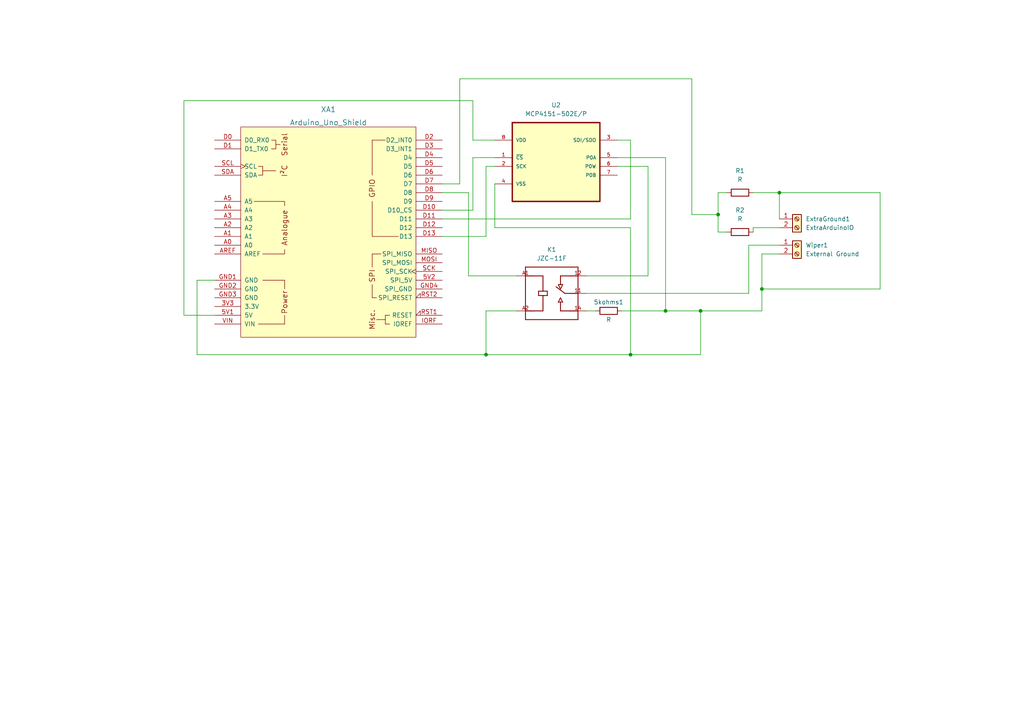
<source format=kicad_sch>
(kicad_sch (version 20211123) (generator eeschema)
  (paper "A4")
  (lib_symbols
    (symbol "Connector:Screw_Terminal_01x02" (pin_names (offset 1.016) hide)
      (property "Reference" "J" (at 0 2.54 0))
      (property "Value" "Screw_Terminal_01x02" (at 0 -5.08 0))
      (symbol "Screw_Terminal_01x02_1_1"
        (rectangle (start -1.27 1.27) (end 1.27 -3.81) (stroke (width 0.254)) (fill (type background)))
        (circle (center 0 -2.54) (radius 0.635) (stroke (width 0.1524)))
        (polyline (pts (xy -0.5334 -2.2098) (xy 0.3302 -3.048)) (stroke (width 0.1524)))
        (polyline (pts (xy -0.5334 0.3302) (xy 0.3302 -0.508)) (stroke (width 0.1524)))
        (polyline (pts (xy -0.3556 -2.032) (xy 0.508 -2.8702)) (stroke (width 0.1524)))
        (polyline (pts (xy -0.3556 0.508) (xy 0.508 -0.3302)) (stroke (width 0.1524)))
        (circle (center 0 0) (radius 0.635) (stroke (width 0.1524)))
        (pin passive line (at -5.08 0 0) (length 3.81) (name "Pin_1") (number "1"))
        (pin passive line (at -5.08 -2.54 0) (length 3.81) (name "Pin_2") (number "2"))
      )
    )
    (symbol "Device:R" (pin_numbers hide) (pin_names (offset 0))
      (property "Reference" "R" (at 2.032 0 90))
      (property "Value" "R" (at 0 0 90))
      (symbol "R_0_1"
        (rectangle (start -1.016 -2.54) (end 1.016 2.54) (stroke (width 0.254)))
      )
      (symbol "R_1_1"
        (pin passive line (at 0 3.81 270) (length 1.27) (name "~") (number "1"))
        (pin passive line (at 0 -3.81 90) (length 1.27) (name "~") (number "2"))
      )
    )
    (symbol "MCP4151-502E_P:MCP4151-502E{slash}P" (pin_names (offset 1.016))
      (property "Reference" "U" (at -4.7244 10.16 0))
      (property "Value" "MCP4151-502E{slash}P" (at -5.7658 -19.685 0))
      (symbol "MCP4151-502E{slash}P_0_0"
        (rectangle (start -12.7 -15.24) (end 12.7 7.62) (stroke (width 0.4064)) (fill (type background)))
        (pin input line (at -17.78 -2.54 0) (length 5.08) (name "~{CS}") (number "1"))
        (pin input line (at -17.78 -5.08 0) (length 5.08) (name "SCK") (number "2"))
        (pin bidirectional line (at 17.78 2.54 180) (length 5.08) (name "SDI/SDO") (number "3"))
        (pin power_in line (at -17.78 -10.16 0) (length 5.08) (name "VSS") (number "4"))
        (pin passive line (at 17.78 -2.54 180) (length 5.08) (name "P0A") (number "5"))
        (pin passive line (at 17.78 -5.08 180) (length 5.08) (name "P0W") (number "6"))
        (pin passive line (at 17.78 -7.62 180) (length 5.08) (name "P0B") (number "7"))
        (pin power_in line (at -17.78 2.54 0) (length 5.08) (name "VDD") (number "8"))
      )
    )
    (symbol "Relay:J0971CS5VDC.45" (pin_names (offset 1.016) hide)
      (property "Reference" "K" (at -7.62 8.89 0))
      (property "Value" "J0971CS5VDC.45" (at -7.62 -10.16 0))
      (symbol "J0971CS5VDC.45_0_0"
        (polyline (pts (xy -7.62 -7.62) (xy 7.62 -7.62)) (stroke (width 0.254)))
        (polyline (pts (xy -7.62 -5.08) (xy -2.54 -5.08)) (stroke (width 0.254)))
        (polyline (pts (xy -7.62 5.08) (xy -2.54 5.08)) (stroke (width 0.254)))
        (polyline (pts (xy -7.62 7.62) (xy -7.62 -7.62)) (stroke (width 0.254)))
        (polyline (pts (xy -3.81 -0.635) (xy -3.81 0.635)) (stroke (width 0.254)))
        (polyline (pts (xy -3.81 0.635) (xy -2.54 0.635)) (stroke (width 0.254)))
        (polyline (pts (xy -2.54 -0.635) (xy -3.81 -0.635)) (stroke (width 0.254)))
        (polyline (pts (xy -2.54 -0.635) (xy -2.54 -5.08)) (stroke (width 0.254)))
        (polyline (pts (xy -2.54 0.635) (xy -1.27 0.635)) (stroke (width 0.254)))
        (polyline (pts (xy -2.54 5.08) (xy -2.54 0.635)) (stroke (width 0.254)))
        (polyline (pts (xy -1.27 -0.635) (xy -2.54 -0.635)) (stroke (width 0.254)))
        (polyline (pts (xy -1.27 0.635) (xy -1.27 -0.635)) (stroke (width 0.254)))
        (polyline (pts (xy 2.54 -5.08) (xy 2.54 -2.54)) (stroke (width 0.254)))
        (polyline (pts (xy 2.54 5.08) (xy 2.54 2.54)) (stroke (width 0.254)))
        (polyline (pts (xy 2.54 5.08) (xy 7.62 5.08)) (stroke (width 0.254)))
        (polyline (pts (xy 3.81 0) (xy 1.27 1.905)) (stroke (width 0.254)))
        (polyline (pts (xy 7.62 -7.62) (xy 7.62 5.08)) (stroke (width 0.254)))
        (polyline (pts (xy 7.62 -5.08) (xy 2.54 -5.08)) (stroke (width 0.254)))
        (polyline (pts (xy 7.62 0) (xy 3.81 0)) (stroke (width 0.254)))
        (polyline (pts (xy 7.62 5.08) (xy 7.62 7.62)) (stroke (width 0.254)))
        (polyline (pts (xy 7.62 7.62) (xy -7.62 7.62)) (stroke (width 0.254)))
        (polyline (pts (xy 1.905 -2.54) (xy 3.175 -2.54) (xy 2.54 -1.27) (xy 1.905 -2.54)) (stroke (width 0.254)) (fill (type background)))
        (polyline (pts (xy 3.175 2.54) (xy 1.905 2.54) (xy 2.54 1.27) (xy 3.175 2.54)) (stroke (width 0.254)) (fill (type background)))
        (pin passive line (at 10.16 0 180) (length 5.08) (name "~") (number "11"))
        (pin passive line (at 10.16 5.08 180) (length 5.08) (name "~") (number "12"))
        (pin passive line (at 10.16 -5.08 180) (length 5.08) (name "~") (number "14"))
        (pin passive line (at -10.16 5.08 0) (length 5.08) (name "~") (number "A1"))
        (pin passive line (at -10.16 -5.08 0) (length 5.08) (name "~") (number "A2"))
      )
    )
    (symbol "arduino_shields:Arduino_Uno_Shield" (pin_names (offset 1.016))
      (property "Reference" "XA" (at 2.54 0 90))
      (property "Value" "Arduino_Uno_Shield" (at -2.54 0 90))
      (symbol "Arduino_Uno_Shield_0_0"
        (rectangle (start -25.4 30.48) (end 25.4 -30.48) (fill (type background)))
        (rectangle (start -20.32 -26.67) (end -12.7 -26.67))
        (rectangle (start -19.05 -13.97) (end -12.7 -13.97))
        (polyline (pts (xy -19.05 17.78) (xy -15.24 17.78)))
        (polyline (pts (xy -15.24 25.4) (xy -13.97 25.4)))
        (polyline (pts (xy -12.7 -26.67) (xy -12.7 -24.13)))
        (polyline (pts (xy -12.7 -15.24) (xy -12.7 -16.51)))
        (polyline (pts (xy -12.7 -13.97) (xy -12.7 -15.24)))
        (polyline (pts (xy -12.7 -5.08) (xy -12.7 -6.35) (xy -19.05 -6.35)))
        (polyline (pts (xy -12.7 7.62) (xy -12.7 8.89) (xy -21.59 8.89)))
        (polyline (pts (xy 12.7 8.89) (xy 12.7 -1.27) (xy 20.32 -1.27)))
        (polyline (pts (xy 12.7 16.51) (xy 12.7 26.67) (xy 16.51 26.67)))
        (polyline (pts (xy -20.32 19.05) (xy -19.05 19.05) (xy -19.05 16.51) (xy -20.32 16.51)))
        (polyline (pts (xy -16.51 26.67) (xy -15.24 26.67) (xy -15.24 24.13) (xy -16.51 24.13)))
        (rectangle (start 12.7 -19.05) (end 12.7 -15.24))
        (rectangle (start 12.7 -10.16) (end 12.7 -6.35))
        (rectangle (start 13.97 -19.05) (end 12.7 -19.05))
        (rectangle (start 15.24 -6.35) (end 12.7 -6.35))
        (rectangle (start 16.51 -25.4) (end 13.97 -25.4))
        (rectangle (start 16.51 -24.13) (end 16.51 -26.67))
        (rectangle (start 17.78 -26.67) (end 16.51 -26.67))
        (rectangle (start 17.78 -24.13) (end 16.51 -24.13))
        (text "Analogue" (at -12.7 1.27 900) (effects (font (size 1.524 1.524))))
        (text "I²C" (at -12.7 17.78 900) (effects (font (size 1.524 1.524))))
        (text "Misc." (at 12.7 -25.4 900) (effects (font (size 1.524 1.524))))
        (text "Power" (at -12.7 -20.32 900) (effects (font (size 1.524 1.524))))
        (text "Serial" (at -12.7 25.4 900) (effects (font (size 1.524 1.524))))
        (text "SPI" (at 12.7 -12.7 900) (effects (font (size 1.524 1.524))))
      )
      (symbol "Arduino_Uno_Shield_1_0"
        (text "GPIO" (at 12.7 12.7 900) (effects (font (size 1.524 1.524))))
      )
      (symbol "Arduino_Uno_Shield_1_1"
        (pin power_in line (at -33.02 -21.59 0) (length 7.62) (name "3.3V") (number "3V3"))
        (pin power_in line (at -33.02 -24.13 0) (length 7.62) (name "5V") (number "5V1"))
        (pin power_in line (at 33.02 -13.97 180) (length 7.62) (name "SPI_5V") (number "5V2"))
        (pin bidirectional line (at -33.02 -3.81 0) (length 7.62) (name "A0") (number "A0"))
        (pin bidirectional line (at -33.02 -1.27 0) (length 7.62) (name "A1") (number "A1"))
        (pin bidirectional line (at -33.02 1.27 0) (length 7.62) (name "A2") (number "A2"))
        (pin bidirectional line (at -33.02 3.81 0) (length 7.62) (name "A3") (number "A3"))
        (pin bidirectional line (at -33.02 6.35 0) (length 7.62) (name "A4") (number "A4"))
        (pin bidirectional line (at -33.02 8.89 0) (length 7.62) (name "A5") (number "A5"))
        (pin input line (at -33.02 -6.35 0) (length 7.62) (name "AREF") (number "AREF"))
        (pin bidirectional line (at -33.02 26.67 0) (length 7.62) (name "D0_RX0") (number "D0"))
        (pin bidirectional line (at -33.02 24.13 0) (length 7.62) (name "D1_TX0") (number "D1"))
        (pin bidirectional line (at 33.02 6.35 180) (length 7.62) (name "D10_CS") (number "D10"))
        (pin bidirectional line (at 33.02 3.81 180) (length 7.62) (name "D11") (number "D11"))
        (pin bidirectional line (at 33.02 1.27 180) (length 7.62) (name "D12") (number "D12"))
        (pin bidirectional line (at 33.02 -1.27 180) (length 7.62) (name "D13") (number "D13"))
        (pin bidirectional line (at 33.02 26.67 180) (length 7.62) (name "D2_INT0") (number "D2"))
        (pin bidirectional line (at 33.02 24.13 180) (length 7.62) (name "D3_INT1") (number "D3"))
        (pin bidirectional line (at 33.02 21.59 180) (length 7.62) (name "D4") (number "D4"))
        (pin bidirectional line (at 33.02 19.05 180) (length 7.62) (name "D5") (number "D5"))
        (pin bidirectional line (at 33.02 16.51 180) (length 7.62) (name "D6") (number "D6"))
        (pin bidirectional line (at 33.02 13.97 180) (length 7.62) (name "D7") (number "D7"))
        (pin bidirectional line (at 33.02 11.43 180) (length 7.62) (name "D8") (number "D8"))
        (pin bidirectional line (at 33.02 8.89 180) (length 7.62) (name "D9") (number "D9"))
        (pin power_in line (at -33.02 -13.97 0) (length 7.62) (name "GND") (number "GND1"))
        (pin power_in line (at -33.02 -16.51 0) (length 7.62) (name "GND") (number "GND2"))
        (pin power_in line (at -33.02 -19.05 0) (length 7.62) (name "GND") (number "GND3"))
        (pin power_in line (at 33.02 -16.51 180) (length 7.62) (name "SPI_GND") (number "GND4"))
        (pin output line (at 33.02 -26.67 180) (length 7.62) (name "IOREF") (number "IORF"))
        (pin input line (at 33.02 -6.35 180) (length 7.62) (name "SPI_MISO") (number "MISO"))
        (pin output line (at 33.02 -8.89 180) (length 7.62) (name "SPI_MOSI") (number "MOSI"))
        (pin open_collector input_low (at 33.02 -24.13 180) (length 7.62) (name "RESET") (number "RST1"))
        (pin open_collector input_low (at 33.02 -19.05 180) (length 7.62) (name "SPI_RESET") (number "RST2"))
        (pin output clock (at 33.02 -11.43 180) (length 7.62) (name "SPI_SCK") (number "SCK"))
        (pin bidirectional clock (at -33.02 19.05 0) (length 7.62) (name "SCL") (number "SCL"))
        (pin bidirectional line (at -33.02 16.51 0) (length 7.62) (name "SDA") (number "SDA"))
        (pin power_in line (at -33.02 -26.67 0) (length 7.62) (name "VIN") (number "VIN"))
      )
    )
  )
  (junction (at 193.04 90.17))
  (junction (at 140.97 102.87))
  (junction (at 220.98 83.82))
  (junction (at 226.06 55.88))
  (junction (at 203.2 90.17))
  (junction (at 182.88 102.87))
  (junction (at 208.28 62.23))
  (wire (pts (xy 208.28 67.31) (xy 210.82 67.31)))
  (wire (pts (xy 203.2 90.17) (xy 220.98 90.17)))
  (wire (pts (xy 140.97 68.58) (xy 140.97 48.26)))
  (wire (pts (xy 140.97 102.87) (xy 182.88 102.87)))
  (wire (pts (xy 217.17 71.12) (xy 217.17 85.09)))
  (wire (pts (xy 193.04 45.72) (xy 193.04 90.17)))
  (wire (pts (xy 128.27 68.58) (xy 140.97 68.58)))
  (wire (pts (xy 62.23 81.28) (xy 57.15 81.28)))
  (wire (pts (xy 193.04 90.17) (xy 203.2 90.17)))
  (wire (pts (xy 220.98 83.82) (xy 220.98 90.17)))
  (wire (pts (xy 226.06 55.88) (xy 226.06 63.5)))
  (wire (pts (xy 182.88 63.5) (xy 182.88 40.64)))
  (wire (pts (xy 133.35 22.86) (xy 133.35 53.34)))
  (wire (pts (xy 128.27 63.5) (xy 182.88 63.5)))
  (wire (pts (xy 208.28 55.88) (xy 210.82 55.88)))
  (wire (pts (xy 182.88 66.04) (xy 143.51 66.04)))
  (wire (pts (xy 182.88 40.64) (xy 179.07 40.64)))
  (wire (pts (xy 135.89 55.88) (xy 135.89 80.01)))
  (wire (pts (xy 218.44 66.04) (xy 226.06 66.04)))
  (wire (pts (xy 133.35 53.34) (xy 128.27 53.34)))
  (wire (pts (xy 128.27 55.88) (xy 135.89 55.88)))
  (wire (pts (xy 53.34 91.44) (xy 62.23 91.44)))
  (wire (pts (xy 226.06 71.12) (xy 217.17 71.12)))
  (wire (pts (xy 208.28 62.23) (xy 208.28 67.31)))
  (wire (pts (xy 203.2 90.17) (xy 203.2 102.87)))
  (wire (pts (xy 220.98 73.66) (xy 220.98 83.82)))
  (wire (pts (xy 182.88 66.04) (xy 182.88 102.87)))
  (wire (pts (xy 226.06 73.66) (xy 220.98 73.66)))
  (wire (pts (xy 143.51 40.64) (xy 137.16 40.64)))
  (wire (pts (xy 57.15 102.87) (xy 140.97 102.87)))
  (wire (pts (xy 179.07 48.26) (xy 187.96 48.26)))
  (wire (pts (xy 218.44 55.88) (xy 226.06 55.88)))
  (wire (pts (xy 170.18 90.17) (xy 172.72 90.17)))
  (wire (pts (xy 133.35 22.86) (xy 200.66 22.86)))
  (wire (pts (xy 218.44 67.31) (xy 218.44 66.04)))
  (wire (pts (xy 137.16 29.21) (xy 53.34 29.21)))
  (wire (pts (xy 140.97 90.17) (xy 149.86 90.17)))
  (wire (pts (xy 137.16 40.64) (xy 137.16 29.21)))
  (wire (pts (xy 217.17 85.09) (xy 170.18 85.09)))
  (wire (pts (xy 255.27 55.88) (xy 226.06 55.88)))
  (wire (pts (xy 137.16 60.96) (xy 137.16 45.72)))
  (wire (pts (xy 53.34 29.21) (xy 53.34 91.44)))
  (wire (pts (xy 140.97 102.87) (xy 140.97 90.17)))
  (wire (pts (xy 179.07 45.72) (xy 193.04 45.72)))
  (wire (pts (xy 187.96 48.26) (xy 187.96 80.01)))
  (wire (pts (xy 128.27 60.96) (xy 137.16 60.96)))
  (wire (pts (xy 220.98 83.82) (xy 255.27 83.82)))
  (wire (pts (xy 208.28 55.88) (xy 208.28 62.23)))
  (wire (pts (xy 170.18 80.01) (xy 187.96 80.01)))
  (wire (pts (xy 137.16 45.72) (xy 143.51 45.72)))
  (wire (pts (xy 203.2 102.87) (xy 182.88 102.87)))
  (wire (pts (xy 140.97 48.26) (xy 143.51 48.26)))
  (wire (pts (xy 143.51 66.04) (xy 143.51 53.34)))
  (wire (pts (xy 200.66 62.23) (xy 208.28 62.23)))
  (wire (pts (xy 135.89 80.01) (xy 149.86 80.01)))
  (wire (pts (xy 57.15 81.28) (xy 57.15 102.87)))
  (wire (pts (xy 255.27 83.82) (xy 255.27 55.88)))
  (wire (pts (xy 200.66 22.86) (xy 200.66 62.23)))
  (wire (pts (xy 180.34 90.17) (xy 193.04 90.17)))
  (symbol (lib_id "Device:R") (at 214.63 67.31 270) (unit 1)
    (property "Reference" "R2" (at 214.63 60.96 90))
    (property "Value" "R" (at 214.63 63.5 90))
    (property "Footprint" "Resistor_THT:R_Axial_DIN0309_L9.0mm_D3.2mm_P5.08mm_Vertical" (effects hide))
  )
  (symbol (lib_id "Connector:Screw_Terminal_01x02") (at 231.14 71.12 0) (unit 1)
    (property "Reference" "Wiper1" (at 233.68 71.1199 0) (effects (justify left)))
    (property "Value" "External Ground" (at 233.68 73.6599 0) (effects (justify left)))
    (property "Footprint" "Connector_PinHeader_2.54mm:PinHeader_1x02_P2.54mm_Vertical" (effects hide))
  )
  (symbol (lib_id "arduino_shields:Arduino_Uno_Shield") (at 95.25 67.31 0) (unit 1)
    (property "Reference" "XA1" (at 95.25 31.75 0) (effects (font (size 1.524 1.524))))
    (property "Value" "Arduino_Uno_Shield" (at 95.25 35.56 0) (effects (font (size 1.524 1.524))))
    (property "Footprint" "Arduino_Shields:Arduino_Uno_Shield" (effects hide))
    (property "Datasheet" "https://store.arduino.cc/arduino-uno-rev3" (effects hide))
  )
  (symbol (lib_id "Relay:J0971CS5VDC.45") (at 160.02 85.09 0) (unit 1)
    (property "Reference" "K1" (at 160.02 72.39 0))
    (property "Value" "JZC-11F" (at 160.02 74.93 0))
    (property "Footprint" "Relay_THT:RELAY_J0971CS5VDC.45" (effects hide))
    (property "MANUFACTURER" "CIT Relay & Switch" (effects hide))
    (property "MAXIMUM_PACKAGE_HEIGHT" "15.3mm" (effects hide))
    (property "PARTREV" "--" (effects hide))
    (property "STANDARD" "Manufacturer recommendations" (effects hide))
  )
  (symbol (lib_id "MCP4151-502E_P:MCP4151-502E{slash}P") (at 161.29 43.18 0) (unit 1)
    (property "Reference" "U2" (at 161.29 30.48 0))
    (property "Value" "MCP4151-502E/P" (at 161.29 33.02 0))
    (property "Footprint" "MCP4151:DIP254P762X533-8" (effects hide))
    (property "SUPPLIER" "Microchip" (effects hide))
    (property "OC_NEWARK" "77M2690" (effects hide))
    (property "OC_FARNELL" "1840832" (effects hide))
    (property "MPN" "MCP4151-502E/P" (effects hide))
    (property "PACKAGE" "DIP-8" (effects hide))
  )
  (symbol (lib_id "Device:R") (at 214.63 55.88 270) (unit 1)
    (property "Reference" "R1" (at 214.63 49.53 90))
    (property "Value" "R" (at 214.63 52.07 90))
    (property "Footprint" "Resistor_THT:R_Axial_DIN0309_L9.0mm_D3.2mm_P5.08mm_Vertical" (effects hide))
  )
  (symbol (lib_id "Device:R") (at 176.53 90.17 270) (unit 1)
    (property "Reference" "5kohms1" (at 176.53 87.63 90))
    (property "Value" "R" (at 176.53 92.71 90))
    (property "Footprint" "Resistor_THT:R_Axial_DIN0309_L9.0mm_D3.2mm_P15.24mm_Horizontal" (effects hide))
  )
  (symbol (lib_id "Connector:Screw_Terminal_01x02") (at 231.14 63.5 0) (unit 1)
    (property "Reference" "ExtraGround1" (at 233.68 63.4999 0) (effects (justify left)))
    (property "Value" "ExtraArduinoIO" (at 233.68 66.0399 0) (effects (justify left)))
    (property "Footprint" "Connector_PinHeader_2.54mm:PinHeader_1x02_P2.54mm_Vertical" (effects hide))
  )
)
</source>
